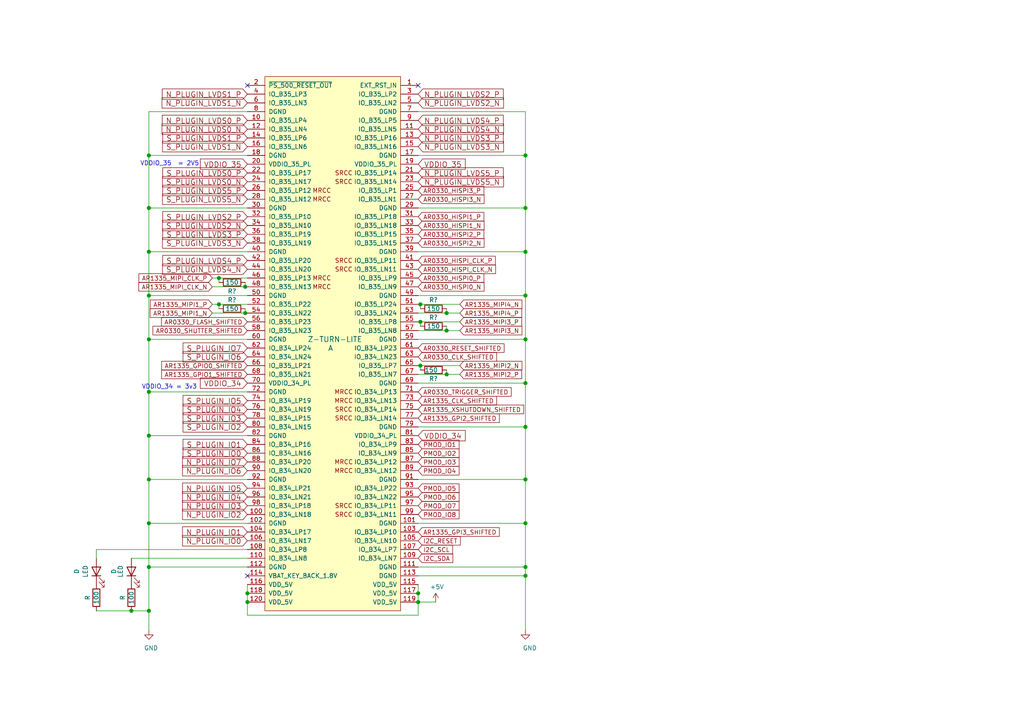
<source format=kicad_sch>
(kicad_sch (version 20201015) (generator eeschema)
  (paper "A4")
  (lib_symbols
    (symbol "Device:LED" (pin_numbers hide) (pin_names (offset 1.016) hide)
      (property "Reference" "D" (at 0 2.54 0))
      (property "Value" "LED" (at 0 -2.54 0))
      (symbol "LED_0_1"
        (polyline (pts (xy -1.27 -1.27) (xy -1.27 1.27)) (stroke (width 0.254)))
        (polyline (pts (xy -1.27 0) (xy 1.27 0)))
        (polyline (pts (xy 1.27 -1.27) (xy 1.27 1.27) (xy -1.27 0) (xy 1.27 -1.27)) (stroke (width 0.254)))
        (polyline (pts (xy -3.048 -0.762) (xy -4.572 -2.286) (xy -3.81 -2.286) (xy -4.572 -2.286) (xy -4.572 -1.524)))
        (polyline (pts (xy -1.778 -0.762) (xy -3.302 -2.286) (xy -2.54 -2.286) (xy -3.302 -2.286) (xy -3.302 -1.524)))
      )
      (symbol "LED_1_1"
        (pin passive line (at -3.81 0 0) (length 2.54) (name "K") (number "1"))
        (pin passive line (at 3.81 0 180) (length 2.54) (name "A") (number "2"))
      )
    )
    (symbol "Device:R" (pin_numbers hide) (pin_names (offset 0))
      (property "Reference" "R" (at 2.032 0 90))
      (property "Value" "R" (at 0 0 90))
      (symbol "R_0_1"
        (rectangle (start -1.016 -2.54) (end 1.016 2.54) (stroke (width 0.254)))
      )
      (symbol "R_1_1"
        (pin passive line (at 0 3.81 270) (length 1.27) (name "~") (number "1"))
        (pin passive line (at 0 -3.81 90) (length 1.27) (name "~") (number "2"))
      )
    )
    (symbol "power:+5V" (power) (pin_names (offset 0))
      (property "Value" "+5V" (at 0 3.556 0))
      (symbol "+5V_0_1"
        (polyline (pts (xy -0.762 1.27) (xy 0 2.54)))
        (polyline (pts (xy 0 0) (xy 0 2.54)))
        (polyline (pts (xy 0 2.54) (xy 0.762 1.27)))
      )
      (symbol "+5V_1_1"
        (pin power_in line (at 0 0 90) (length 0) hide (name "+5V") (number "1"))
      )
    )
    (symbol "power:GND" (power) (pin_names (offset 0))
      (property "Value" "GND" (at 0 -3.81 0))
      (symbol "GND_0_1"
        (polyline (pts (xy 0 0) (xy 0 -1.27) (xy 1.27 -1.27) (xy 0 -2.54) (xy -1.27 -1.27) (xy 0 -1.27)))
      )
      (symbol "GND_1_1"
        (pin power_in line (at 0 0 270) (length 0) hide (name "GND") (number "1"))
      )
    )
    (symbol "z-turn-lite:Z-TURN-LITE" (pin_names (offset 1.016))
      (property "Reference" "A" (at 1.27 -2.54 0))
      (property "Value" "Z-TURN-LITE" (at 2.54 0 0))
      (symbol "Z-TURN-LITE_0_0"
        (text "SRCC" (at 5.08 -50.8 0) (effects (font (size 1.27 1.27))))
        (text "SRCC" (at 5.08 -48.26 0) (effects (font (size 1.27 1.27))))
        (text "SRCC" (at 5.08 -22.86 0) (effects (font (size 1.27 1.27))))
        (text "SRCC" (at 5.08 -20.32 0) (effects (font (size 1.27 1.27))))
        (text "MRCC" (at 5.08 -35.56 0) (effects (font (size 1.27 1.27))))
        (text "MRCC" (at 5.08 -38.1 0) (effects (font (size 1.27 1.27))))
        (text "MRCC" (at 5.08 -15.24 0) (effects (font (size 1.27 1.27))))
        (text "MRCC" (at 5.08 -17.78 0) (effects (font (size 1.27 1.27))))
        (text "SRCC" (at 5.08 45.72 0) (effects (font (size 1.27 1.27))))
        (text "SRCC" (at 5.08 48.26 0) (effects (font (size 1.27 1.27))))
        (text "SRCC" (at 5.08 20.32 0) (effects (font (size 1.27 1.27))))
        (text "SRCC" (at 5.08 22.86 0) (effects (font (size 1.27 1.27))))
        (text "MRCC" (at -1.27 43.18 0) (effects (font (size 1.27 1.27))))
        (text "MRCC" (at -1.27 40.64 0) (effects (font (size 1.27 1.27))))
        (text "MRCC" (at -1.27 17.78 0) (effects (font (size 1.27 1.27))))
        (text "MRCC" (at -1.27 15.24 0) (effects (font (size 1.27 1.27))))
      )
      (symbol "Z-TURN-LITE_0_1"
        (rectangle (start -17.78 76.2) (end 21.59 -78.74) (fill (type background)))
      )
      (symbol "Z-TURN-LITE_1_1"
        (pin input line (at 26.67 73.66 180) (length 5.08) (name "EXT_RST_IN") (number "1"))
        (pin bidirectional line (at -22.86 63.5 0) (length 5.08) (name "IO_B35_LP4") (number "10"))
        (pin bidirectional line (at -22.86 -50.8 0) (length 5.08) (name "IO_B34_LN18") (number "100"))
        (pin power_out line (at 26.67 -53.34 180) (length 5.08) (name "DGND") (number "101"))
        (pin power_out line (at -22.86 -53.34 0) (length 5.08) (name "DGND") (number "102"))
        (pin bidirectional line (at 26.67 -55.88 180) (length 5.08) (name "IO_B34_LP10") (number "103"))
        (pin bidirectional line (at -22.86 -55.88 0) (length 5.08) (name "IO_B34_LP17") (number "104"))
        (pin bidirectional line (at 26.67 -58.42 180) (length 5.08) (name "IO_B34_LN10") (number "105"))
        (pin bidirectional line (at -22.86 -58.42 0) (length 5.08) (name "IO_B34_LN17") (number "106"))
        (pin bidirectional line (at 26.67 -60.96 180) (length 5.08) (name "IO_B34_LP7") (number "107"))
        (pin bidirectional line (at -22.86 -60.96 0) (length 5.08) (name "IO_B34_LP8") (number "108"))
        (pin bidirectional line (at 26.67 -63.5 180) (length 5.08) (name "IO_B34_LN7") (number "109"))
        (pin bidirectional line (at 26.67 60.96 180) (length 5.08) (name "IO_B35_LN5") (number "11"))
        (pin bidirectional line (at -22.86 -63.5 0) (length 5.08) (name "IO_B34_LN8") (number "110"))
        (pin power_out line (at 26.67 -66.04 180) (length 5.08) (name "DGND") (number "111"))
        (pin power_out line (at -22.86 -66.04 0) (length 5.08) (name "DGND") (number "112"))
        (pin power_out line (at 26.67 -68.58 180) (length 5.08) (name "DGND") (number "113"))
        (pin bidirectional line (at -22.86 -68.58 0) (length 5.08) (name "VBAT_KEY_BACK_1.8V") (number "114"))
        (pin power_out line (at 26.67 -71.12 180) (length 5.08) (name "VDD_5V") (number "115"))
        (pin power_out line (at -22.86 -71.12 0) (length 5.08) (name "VDD_5V") (number "116"))
        (pin power_out line (at 26.67 -73.66 180) (length 5.08) (name "VDD_5V") (number "117"))
        (pin power_out line (at -22.86 -73.66 0) (length 5.08) (name "VDD_5V") (number "118"))
        (pin power_out line (at 26.67 -76.2 180) (length 5.08) (name "VDD_5V") (number "119"))
        (pin bidirectional line (at -22.86 60.96 0) (length 5.08) (name "IO_B35_LN4") (number "12"))
        (pin power_out line (at -22.86 -76.2 0) (length 5.08) (name "VDD_5V") (number "120"))
        (pin bidirectional line (at 26.67 58.42 180) (length 5.08) (name "IO_B35_LP16") (number "13"))
        (pin bidirectional line (at -22.86 58.42 0) (length 5.08) (name "IO_B35_LP6") (number "14"))
        (pin bidirectional line (at 26.67 55.88 180) (length 5.08) (name "IO_B35_LN16") (number "15"))
        (pin bidirectional line (at -22.86 55.88 0) (length 5.08) (name "IO_B35_LN6") (number "16"))
        (pin power_out line (at 26.67 53.34 180) (length 5.08) (name "DGND") (number "17"))
        (pin power_out line (at -22.86 53.34 0) (length 5.08) (name "DGND") (number "18"))
        (pin power_out line (at 26.67 50.8 180) (length 5.08) (name "VDDIO_35_PL") (number "19"))
        (pin bidirectional line (at -22.86 73.66 0) (length 5.08) (name "~PS_500_RESET_OUT") (number "2"))
        (pin power_out line (at -22.86 50.8 0) (length 5.08) (name "VDDIO_35_PL") (number "20"))
        (pin bidirectional line (at 26.67 48.26 180) (length 5.08) (name "IO_B35_LP14") (number "21"))
        (pin bidirectional line (at -22.86 48.26 0) (length 5.08) (name "IO_B35_LP17") (number "22"))
        (pin bidirectional line (at 26.67 45.72 180) (length 5.08) (name "IO_B35_LN14") (number "23"))
        (pin bidirectional line (at -22.86 45.72 0) (length 5.08) (name "IO_B35_LN17") (number "24"))
        (pin bidirectional line (at 26.67 43.18 180) (length 5.08) (name "IO_B35_LP1") (number "25"))
        (pin bidirectional line (at -22.86 43.18 0) (length 5.08) (name "IO_B35_LP12") (number "26"))
        (pin bidirectional line (at 26.67 40.64 180) (length 5.08) (name "IO_B35_LN1") (number "27"))
        (pin bidirectional line (at -22.86 40.64 0) (length 5.08) (name "IO_B35_LN12") (number "28"))
        (pin power_out line (at 26.67 38.1 180) (length 5.08) (name "DGND") (number "29"))
        (pin bidirectional line (at 26.67 71.12 180) (length 5.08) (name "IO_B35_LP2") (number "3"))
        (pin power_out line (at -22.86 38.1 0) (length 5.08) (name "DGND") (number "30"))
        (pin bidirectional line (at 26.67 35.56 180) (length 5.08) (name "IO_B35_LP18") (number "31"))
        (pin bidirectional line (at -22.86 35.56 0) (length 5.08) (name "IO_B35_LP10") (number "32"))
        (pin bidirectional line (at 26.67 33.02 180) (length 5.08) (name "IO_B35_LN18") (number "33"))
        (pin bidirectional line (at -22.86 33.02 0) (length 5.08) (name "IO_B35_LN10") (number "34"))
        (pin bidirectional line (at 26.67 30.48 180) (length 5.08) (name "IO_B35_LP15") (number "35"))
        (pin bidirectional line (at -22.86 30.48 0) (length 5.08) (name "IO_B35_LP19") (number "36"))
        (pin bidirectional line (at 26.67 27.94 180) (length 5.08) (name "IO_B35_LN15") (number "37"))
        (pin bidirectional line (at -22.86 27.94 0) (length 5.08) (name "IO_B35_LN19") (number "38"))
        (pin power_out line (at 26.67 25.4 180) (length 5.08) (name "DGND") (number "39"))
        (pin bidirectional line (at -22.86 71.12 0) (length 5.08) (name "IO_B35_LP3") (number "4"))
        (pin power_out line (at -22.86 25.4 0) (length 5.08) (name "DGND") (number "40"))
        (pin bidirectional line (at 26.67 22.86 180) (length 5.08) (name "IO_B35_LP11") (number "41"))
        (pin bidirectional line (at -22.86 22.86 0) (length 5.08) (name "IO_B35_LP20") (number "42"))
        (pin bidirectional line (at 26.67 20.32 180) (length 5.08) (name "IO_B35_LN11") (number "43"))
        (pin bidirectional line (at -22.86 20.32 0) (length 5.08) (name "IO_B35_LN20") (number "44"))
        (pin bidirectional line (at 26.67 17.78 180) (length 5.08) (name "IO_B35_LP9") (number "45"))
        (pin bidirectional line (at -22.86 17.78 0) (length 5.08) (name "IO_B35_LP13") (number "46"))
        (pin bidirectional line (at 26.67 15.24 180) (length 5.08) (name "IO_B35_LN9") (number "47"))
        (pin bidirectional line (at -22.86 15.24 0) (length 5.08) (name "IO_B35_LN13") (number "48"))
        (pin power_out line (at 26.67 12.7 180) (length 5.08) (name "DGND") (number "49"))
        (pin bidirectional line (at 26.67 68.58 180) (length 5.08) (name "IO_B35_LN2") (number "5"))
        (pin power_out line (at -22.86 12.7 0) (length 5.08) (name "DGND") (number "50"))
        (pin bidirectional line (at 26.67 10.16 180) (length 5.08) (name "IO_B35_LP24") (number "51"))
        (pin bidirectional line (at -22.86 10.16 0) (length 5.08) (name "IO_B35_LP22") (number "52"))
        (pin bidirectional line (at 26.67 7.62 180) (length 5.08) (name "IO_B35_LN24") (number "53"))
        (pin bidirectional line (at -22.86 7.62 0) (length 5.08) (name "IO_B35_LN22") (number "54"))
        (pin bidirectional line (at 26.67 5.08 180) (length 5.08) (name "IO_B35_LP8") (number "55"))
        (pin bidirectional line (at -22.86 5.08 0) (length 5.08) (name "IO_B35_LP23") (number "56"))
        (pin bidirectional line (at 26.67 2.54 180) (length 5.08) (name "IO_B35_LN8") (number "57"))
        (pin bidirectional line (at -22.86 2.54 0) (length 5.08) (name "IO_B35_LN23") (number "58"))
        (pin power_out line (at 26.67 0 180) (length 5.08) (name "DGND") (number "59"))
        (pin bidirectional line (at -22.86 68.58 0) (length 5.08) (name "IO_B35_LN3") (number "6"))
        (pin power_out line (at -22.86 0 0) (length 5.08) (name "DGND") (number "60"))
        (pin bidirectional line (at 26.67 -2.54 180) (length 5.08) (name "IO_B34_LP23") (number "61"))
        (pin bidirectional line (at -22.86 -2.54 0) (length 5.08) (name "IO_B34_LP24") (number "62"))
        (pin bidirectional line (at 26.67 -5.08 180) (length 5.08) (name "IO_B34_LN23") (number "63"))
        (pin bidirectional line (at -22.86 -5.08 0) (length 5.08) (name "IO_B34_LN24") (number "64"))
        (pin bidirectional line (at 26.67 -7.62 180) (length 5.08) (name "IO_B35_LP7") (number "65"))
        (pin bidirectional line (at -22.86 -7.62 0) (length 5.08) (name "IO_B35_LP21") (number "66"))
        (pin bidirectional line (at 26.67 -10.16 180) (length 5.08) (name "IO_B35_LN7") (number "67"))
        (pin bidirectional line (at -22.86 -10.16 0) (length 5.08) (name "IO_B35_LN21") (number "68"))
        (pin power_out line (at 26.67 -12.7 180) (length 5.08) (name "DGND") (number "69"))
        (pin power_out line (at 26.67 66.04 180) (length 5.08) (name "DGND") (number "7"))
        (pin power_out line (at -22.86 -12.7 0) (length 5.08) (name "VDDIO_34_PL") (number "70"))
        (pin bidirectional line (at 26.67 -15.24 180) (length 5.08) (name "IO_B34_LP13") (number "71"))
        (pin power_out line (at -22.86 -15.24 0) (length 5.08) (name "DGND") (number "72"))
        (pin bidirectional line (at 26.67 -17.78 180) (length 5.08) (name "IO_B34_LN13") (number "73"))
        (pin bidirectional line (at -22.86 -17.78 0) (length 5.08) (name "IO_B34_LP19") (number "74"))
        (pin bidirectional line (at 26.67 -20.32 180) (length 5.08) (name "IO_B34_LP14") (number "75"))
        (pin bidirectional line (at -22.86 -20.32 0) (length 5.08) (name "IO_B34_LN19") (number "76"))
        (pin bidirectional line (at 26.67 -22.86 180) (length 5.08) (name "IO_B34_LN14") (number "77"))
        (pin bidirectional line (at -22.86 -22.86 0) (length 5.08) (name "IO_B34_LP15") (number "78"))
        (pin power_out line (at 26.67 -25.4 180) (length 5.08) (name "DGND") (number "79"))
        (pin power_out line (at -22.86 66.04 0) (length 5.08) (name "DGND") (number "8"))
        (pin bidirectional line (at -22.86 -25.4 0) (length 5.08) (name "IO_B34_LN15") (number "80"))
        (pin power_out line (at 26.67 -27.94 180) (length 5.08) (name "VDDIO_34_PL") (number "81"))
        (pin power_out line (at -22.86 -27.94 0) (length 5.08) (name "DGND") (number "82"))
        (pin bidirectional line (at 26.67 -30.48 180) (length 5.08) (name "IO_B34_LP9") (number "83"))
        (pin bidirectional line (at -22.86 -30.48 0) (length 5.08) (name "IO_B34_LP16") (number "84"))
        (pin bidirectional line (at 26.67 -33.02 180) (length 5.08) (name "IO_B34_LN9") (number "85"))
        (pin bidirectional line (at -22.86 -33.02 0) (length 5.08) (name "IO_B34_LN16") (number "86"))
        (pin bidirectional line (at 26.67 -35.56 180) (length 5.08) (name "IO_B34_LP12") (number "87"))
        (pin bidirectional line (at -22.86 -35.56 0) (length 5.08) (name "IO_B34_LP20") (number "88"))
        (pin bidirectional line (at 26.67 -38.1 180) (length 5.08) (name "IO_B34_LN12") (number "89"))
        (pin bidirectional line (at 26.67 63.5 180) (length 5.08) (name "IO_B35_LP5") (number "9"))
        (pin bidirectional line (at -22.86 -38.1 0) (length 5.08) (name "IO_B34_LN20") (number "90"))
        (pin power_out line (at 26.67 -40.64 180) (length 5.08) (name "DGND") (number "91"))
        (pin power_out line (at -22.86 -40.64 0) (length 5.08) (name "DGND") (number "92"))
        (pin bidirectional line (at 26.67 -43.18 180) (length 5.08) (name "IO_B34_LP22") (number "93"))
        (pin bidirectional line (at -22.86 -43.18 0) (length 5.08) (name "IO_B34_LP21") (number "94"))
        (pin bidirectional line (at 26.67 -45.72 180) (length 5.08) (name "IO_B34_LN22") (number "95"))
        (pin bidirectional line (at -22.86 -45.72 0) (length 5.08) (name "IO_B34_LN21") (number "96"))
        (pin bidirectional line (at 26.67 -48.26 180) (length 5.08) (name "IO_B34_LP11") (number "97"))
        (pin bidirectional line (at -22.86 -48.26 0) (length 5.08) (name "IO_B34_LP18") (number "98"))
        (pin bidirectional line (at 26.67 -50.8 180) (length 5.08) (name "IO_B34_LN11") (number "99"))
      )
    )
  )
  (junction (at 38.1 177.165) (diameter 1.016))
  (junction (at 43.18 45.085) (diameter 1.016))
  (junction (at 43.18 60.325) (diameter 1.016))
  (junction (at 43.18 73.025) (diameter 1.016))
  (junction (at 43.18 85.725) (diameter 1.016))
  (junction (at 43.18 98.425) (diameter 1.016))
  (junction (at 43.18 113.665) (diameter 1.016))
  (junction (at 43.18 126.365) (diameter 1.016))
  (junction (at 43.18 139.065) (diameter 1.016))
  (junction (at 43.18 151.765) (diameter 1.016))
  (junction (at 43.18 164.465) (diameter 1.016))
  (junction (at 43.18 177.165) (diameter 1.016))
  (junction (at 63.5 80.645) (diameter 1.016))
  (junction (at 63.5 88.265) (diameter 1.016))
  (junction (at 71.12 83.185) (diameter 1.016))
  (junction (at 71.12 90.805) (diameter 1.016))
  (junction (at 71.755 172.085) (diameter 1.016))
  (junction (at 71.755 174.625) (diameter 1.016))
  (junction (at 121.285 172.085) (diameter 1.016))
  (junction (at 121.285 174.625) (diameter 1.016))
  (junction (at 121.92 88.265) (diameter 1.016))
  (junction (at 121.92 93.345) (diameter 1.016))
  (junction (at 121.92 106.045) (diameter 1.016))
  (junction (at 129.54 90.805) (diameter 1.016))
  (junction (at 129.54 95.885) (diameter 1.016))
  (junction (at 129.54 108.585) (diameter 1.016))
  (junction (at 152.4 45.085) (diameter 1.016))
  (junction (at 152.4 60.325) (diameter 1.016))
  (junction (at 152.4 73.025) (diameter 1.016))
  (junction (at 152.4 85.725) (diameter 1.016))
  (junction (at 152.4 98.425) (diameter 1.016))
  (junction (at 152.4 111.125) (diameter 1.016))
  (junction (at 152.4 123.825) (diameter 1.016))
  (junction (at 152.4 139.065) (diameter 1.016))
  (junction (at 152.4 151.765) (diameter 1.016))
  (junction (at 152.4 164.465) (diameter 1.016))
  (junction (at 152.4 167.005) (diameter 1.016))
  (no_connect (at 71.755 24.765))
  (no_connect (at 71.755 167.005))
  (no_connect (at 121.285 24.765))
  (wire (pts (xy 27.94 159.385) (xy 27.94 161.925)))
  (wire (pts (xy 27.94 177.165) (xy 38.1 177.165)))
  (wire (pts (xy 38.1 161.925) (xy 71.755 161.925)))
  (wire (pts (xy 38.1 177.165) (xy 43.18 177.165)))
  (wire (pts (xy 43.18 32.385) (xy 43.18 45.085)))
  (wire (pts (xy 43.18 32.385) (xy 71.755 32.385)))
  (wire (pts (xy 43.18 45.085) (xy 43.18 60.325)))
  (wire (pts (xy 43.18 45.085) (xy 71.755 45.085)))
  (wire (pts (xy 43.18 60.325) (xy 43.18 73.025)))
  (wire (pts (xy 43.18 60.325) (xy 71.755 60.325)))
  (wire (pts (xy 43.18 73.025) (xy 43.18 85.725)))
  (wire (pts (xy 43.18 73.025) (xy 71.755 73.025)))
  (wire (pts (xy 43.18 85.725) (xy 43.18 98.425)))
  (wire (pts (xy 43.18 85.725) (xy 71.755 85.725)))
  (wire (pts (xy 43.18 98.425) (xy 43.18 113.665)))
  (wire (pts (xy 43.18 98.425) (xy 71.755 98.425)))
  (wire (pts (xy 43.18 113.665) (xy 43.18 126.365)))
  (wire (pts (xy 43.18 113.665) (xy 71.755 113.665)))
  (wire (pts (xy 43.18 126.365) (xy 43.18 139.065)))
  (wire (pts (xy 43.18 126.365) (xy 71.755 126.365)))
  (wire (pts (xy 43.18 139.065) (xy 43.18 151.765)))
  (wire (pts (xy 43.18 139.065) (xy 71.755 139.065)))
  (wire (pts (xy 43.18 151.765) (xy 43.18 164.465)))
  (wire (pts (xy 43.18 151.765) (xy 71.755 151.765)))
  (wire (pts (xy 43.18 164.465) (xy 43.18 177.165)))
  (wire (pts (xy 43.18 164.465) (xy 71.755 164.465)))
  (wire (pts (xy 43.18 177.165) (xy 43.18 182.88)))
  (wire (pts (xy 61.595 80.645) (xy 63.5 80.645)))
  (wire (pts (xy 61.595 83.185) (xy 71.12 83.185)))
  (wire (pts (xy 61.595 88.265) (xy 63.5 88.265)))
  (wire (pts (xy 61.595 90.805) (xy 71.12 90.805)))
  (wire (pts (xy 63.5 80.645) (xy 63.5 81.915)))
  (wire (pts (xy 63.5 80.645) (xy 71.755 80.645)))
  (wire (pts (xy 63.5 88.265) (xy 63.5 89.535)))
  (wire (pts (xy 63.5 88.265) (xy 71.755 88.265)))
  (wire (pts (xy 71.12 81.915) (xy 71.12 83.185)))
  (wire (pts (xy 71.12 83.185) (xy 71.755 83.185)))
  (wire (pts (xy 71.12 89.535) (xy 71.12 90.805)))
  (wire (pts (xy 71.12 90.805) (xy 71.755 90.805)))
  (wire (pts (xy 71.755 159.385) (xy 27.94 159.385)))
  (wire (pts (xy 71.755 169.545) (xy 71.755 172.085)))
  (wire (pts (xy 71.755 172.085) (xy 71.755 174.625)))
  (wire (pts (xy 71.755 174.625) (xy 71.755 178.435)))
  (wire (pts (xy 71.755 178.435) (xy 121.285 178.435)))
  (wire (pts (xy 121.285 32.385) (xy 152.4 32.385)))
  (wire (pts (xy 121.285 45.085) (xy 152.4 45.085)))
  (wire (pts (xy 121.285 60.325) (xy 152.4 60.325)))
  (wire (pts (xy 121.285 73.025) (xy 152.4 73.025)))
  (wire (pts (xy 121.285 85.725) (xy 152.4 85.725)))
  (wire (pts (xy 121.285 88.265) (xy 121.92 88.265)))
  (wire (pts (xy 121.285 90.805) (xy 129.54 90.805)))
  (wire (pts (xy 121.285 93.345) (xy 121.92 93.345)))
  (wire (pts (xy 121.285 95.885) (xy 129.54 95.885)))
  (wire (pts (xy 121.285 98.425) (xy 152.4 98.425)))
  (wire (pts (xy 121.285 106.045) (xy 121.92 106.045)))
  (wire (pts (xy 121.285 108.585) (xy 129.54 108.585)))
  (wire (pts (xy 121.285 111.125) (xy 152.4 111.125)))
  (wire (pts (xy 121.285 123.825) (xy 152.4 123.825)))
  (wire (pts (xy 121.285 139.065) (xy 152.4 139.065)))
  (wire (pts (xy 121.285 151.765) (xy 152.4 151.765)))
  (wire (pts (xy 121.285 164.465) (xy 152.4 164.465)))
  (wire (pts (xy 121.285 167.005) (xy 152.4 167.005)))
  (wire (pts (xy 121.285 169.545) (xy 121.285 172.085)))
  (wire (pts (xy 121.285 172.085) (xy 121.285 174.625)))
  (wire (pts (xy 121.285 174.625) (xy 126.365 174.625)))
  (wire (pts (xy 121.285 178.435) (xy 121.285 174.625)))
  (wire (pts (xy 121.92 88.265) (xy 121.92 89.535)))
  (wire (pts (xy 121.92 88.265) (xy 133.35 88.265)))
  (wire (pts (xy 121.92 93.345) (xy 121.92 94.615)))
  (wire (pts (xy 121.92 93.345) (xy 133.35 93.345)))
  (wire (pts (xy 121.92 106.045) (xy 121.92 107.315)))
  (wire (pts (xy 121.92 106.045) (xy 133.35 106.045)))
  (wire (pts (xy 129.54 89.535) (xy 129.54 90.805)))
  (wire (pts (xy 129.54 90.805) (xy 133.35 90.805)))
  (wire (pts (xy 129.54 94.615) (xy 129.54 95.885)))
  (wire (pts (xy 129.54 95.885) (xy 133.35 95.885)))
  (wire (pts (xy 129.54 107.315) (xy 129.54 108.585)))
  (wire (pts (xy 129.54 108.585) (xy 133.35 108.585)))
  (wire (pts (xy 152.4 32.385) (xy 152.4 45.085)))
  (wire (pts (xy 152.4 45.085) (xy 152.4 60.325)))
  (wire (pts (xy 152.4 60.325) (xy 152.4 73.025)))
  (wire (pts (xy 152.4 73.025) (xy 152.4 85.725)))
  (wire (pts (xy 152.4 85.725) (xy 152.4 98.425)))
  (wire (pts (xy 152.4 98.425) (xy 152.4 111.125)))
  (wire (pts (xy 152.4 111.125) (xy 152.4 123.825)))
  (wire (pts (xy 152.4 123.825) (xy 152.4 139.065)))
  (wire (pts (xy 152.4 139.065) (xy 152.4 151.765)))
  (wire (pts (xy 152.4 151.765) (xy 152.4 164.465)))
  (wire (pts (xy 152.4 164.465) (xy 152.4 167.005)))
  (wire (pts (xy 152.4 167.005) (xy 152.4 182.88)))
  (text "VDDIO_34 = 3v3" (at 57.15 113.03 180) (effects (font (size 1.27 1.27)) (justify right bottom)))
  (text "VDDIO_35  = 2V5" (at 57.785 48.26 180) (effects (font (size 1.27 1.27)) (justify right bottom)))
  (global_label "AR1335_MIPI_CLK_P" (shape input) (at 61.595 80.645 180) (property "Intersheet References" "${INTERSHEET_REFS}" (effects hide)))
  (global_label "AR1335_MIPI_CLK_N" (shape input) (at 61.595 83.185 180) (property "Intersheet References" "${INTERSHEET_REFS}" (effects hide)))
  (global_label "AR1335_MIPI1_P" (shape input) (at 61.595 88.265 180) (property "Intersheet References" "${INTERSHEET_REFS}" (effects hide)))
  (global_label "AR1335_MIPI1_N" (shape input) (at 61.595 90.805 180) (property "Intersheet References" "${INTERSHEET_REFS}" (effects hide)))
  (global_label "N_PLUGIN_LVDS1_P" (shape input) (at 71.755 27.305 180) (property "Intersheet References" "${INTERSHEET_REFS}" (effects hide)) (effects (font (size 1.524 1.524))))
  (global_label "N_PLUGIN_LVDS1_N" (shape input) (at 71.755 29.845 180) (property "Intersheet References" "${INTERSHEET_REFS}" (effects hide)) (effects (font (size 1.524 1.524))))
  (global_label "N_PLUGIN_LVDS0_P" (shape input) (at 71.755 34.925 180) (property "Intersheet References" "${INTERSHEET_REFS}" (effects hide)) (effects (font (size 1.524 1.524))))
  (global_label "N_PLUGIN_LVDS0_N" (shape input) (at 71.755 37.465 180) (property "Intersheet References" "${INTERSHEET_REFS}" (effects hide)) (effects (font (size 1.524 1.524))))
  (global_label "S_PLUGIN_LVDS1_P" (shape input) (at 71.755 40.005 180) (property "Intersheet References" "${INTERSHEET_REFS}" (effects hide)) (effects (font (size 1.524 1.524))))
  (global_label "S_PLUGIN_LVDS1_N" (shape input) (at 71.755 42.545 180) (property "Intersheet References" "${INTERSHEET_REFS}" (effects hide)) (effects (font (size 1.524 1.524))))
  (global_label "VDDIO_35" (shape input) (at 71.755 47.625 180) (property "Intersheet References" "${INTERSHEET_REFS}" (effects hide)) (effects (font (size 1.524 1.524))))
  (global_label "S_PLUGIN_LVDS0_P" (shape input) (at 71.755 50.165 180) (property "Intersheet References" "${INTERSHEET_REFS}" (effects hide)) (effects (font (size 1.524 1.524))))
  (global_label "S_PLUGIN_LVDS0_N" (shape input) (at 71.755 52.705 180) (property "Intersheet References" "${INTERSHEET_REFS}" (effects hide)) (effects (font (size 1.524 1.524))))
  (global_label "S_PLUGIN_LVDS5_P" (shape input) (at 71.755 55.245 180) (property "Intersheet References" "${INTERSHEET_REFS}" (effects hide)) (effects (font (size 1.524 1.524))))
  (global_label "S_PLUGIN_LVDS5_N" (shape input) (at 71.755 57.785 180) (property "Intersheet References" "${INTERSHEET_REFS}" (effects hide)) (effects (font (size 1.524 1.524))))
  (global_label "S_PLUGIN_LVDS2_P" (shape input) (at 71.755 62.865 180) (property "Intersheet References" "${INTERSHEET_REFS}" (effects hide)) (effects (font (size 1.524 1.524))))
  (global_label "S_PLUGIN_LVDS2_N" (shape input) (at 71.755 65.405 180) (property "Intersheet References" "${INTERSHEET_REFS}" (effects hide)) (effects (font (size 1.524 1.524))))
  (global_label "S_PLUGIN_LVDS3_P" (shape input) (at 71.755 67.945 180) (property "Intersheet References" "${INTERSHEET_REFS}" (effects hide)) (effects (font (size 1.524 1.524))))
  (global_label "S_PLUGIN_LVDS3_N" (shape input) (at 71.755 70.485 180) (property "Intersheet References" "${INTERSHEET_REFS}" (effects hide)) (effects (font (size 1.524 1.524))))
  (global_label "S_PLUGIN_LVDS4_P" (shape input) (at 71.755 75.565 180) (property "Intersheet References" "${INTERSHEET_REFS}" (effects hide)) (effects (font (size 1.524 1.524))))
  (global_label "S_PLUGIN_LVDS4_N" (shape input) (at 71.755 78.105 180) (property "Intersheet References" "${INTERSHEET_REFS}" (effects hide)) (effects (font (size 1.524 1.524))))
  (global_label "AR0330_FLASH_SHIFTED" (shape input) (at 71.755 93.345 180) (property "Intersheet References" "${INTERSHEET_REFS}" (effects hide)))
  (global_label "AR0330_SHUTTER_SHIFTED" (shape input) (at 71.755 95.885 180) (property "Intersheet References" "${INTERSHEET_REFS}" (effects hide)))
  (global_label "S_PLUGIN_IO7" (shape input) (at 71.755 100.965 180) (property "Intersheet References" "${INTERSHEET_REFS}" (effects hide)) (effects (font (size 1.524 1.524))))
  (global_label "S_PLUGIN_IO6" (shape input) (at 71.755 103.505 180) (property "Intersheet References" "${INTERSHEET_REFS}" (effects hide)) (effects (font (size 1.524 1.524))))
  (global_label "AR1335_GPIO0_SHIFTED" (shape input) (at 71.755 106.045 180) (property "Intersheet References" "${INTERSHEET_REFS}" (effects hide)))
  (global_label "AR1335_GPIO1_SHIFTED" (shape input) (at 71.755 108.585 180) (property "Intersheet References" "${INTERSHEET_REFS}" (effects hide)))
  (global_label "VDDIO_34" (shape input) (at 71.755 111.125 180) (property "Intersheet References" "${INTERSHEET_REFS}" (effects hide)) (effects (font (size 1.524 1.524))))
  (global_label "S_PLUGIN_IO5" (shape input) (at 71.755 116.205 180) (property "Intersheet References" "${INTERSHEET_REFS}" (effects hide)) (effects (font (size 1.524 1.524))))
  (global_label "S_PLUGIN_IO4" (shape input) (at 71.755 118.745 180) (property "Intersheet References" "${INTERSHEET_REFS}" (effects hide)) (effects (font (size 1.524 1.524))))
  (global_label "S_PLUGIN_IO3" (shape input) (at 71.755 121.285 180) (property "Intersheet References" "${INTERSHEET_REFS}" (effects hide)) (effects (font (size 1.524 1.524))))
  (global_label "S_PLUGIN_IO2" (shape input) (at 71.755 123.825 180) (property "Intersheet References" "${INTERSHEET_REFS}" (effects hide)) (effects (font (size 1.524 1.524))))
  (global_label "S_PLUGIN_IO1" (shape input) (at 71.755 128.905 180) (property "Intersheet References" "${INTERSHEET_REFS}" (effects hide)) (effects (font (size 1.524 1.524))))
  (global_label "S_PLUGIN_IO0" (shape input) (at 71.755 131.445 180) (property "Intersheet References" "${INTERSHEET_REFS}" (effects hide)) (effects (font (size 1.524 1.524))))
  (global_label "N_PLUGIN_IO7" (shape input) (at 71.755 133.985 180) (property "Intersheet References" "${INTERSHEET_REFS}" (effects hide)) (effects (font (size 1.524 1.524))))
  (global_label "N_PLUGIN_IO6" (shape input) (at 71.755 136.525 180) (property "Intersheet References" "${INTERSHEET_REFS}" (effects hide)) (effects (font (size 1.524 1.524))))
  (global_label "N_PLUGIN_IO5" (shape input) (at 71.755 141.605 180) (property "Intersheet References" "${INTERSHEET_REFS}" (effects hide)) (effects (font (size 1.524 1.524))))
  (global_label "N_PLUGIN_IO4" (shape input) (at 71.755 144.145 180) (property "Intersheet References" "${INTERSHEET_REFS}" (effects hide)) (effects (font (size 1.524 1.524))))
  (global_label "N_PLUGIN_IO3" (shape input) (at 71.755 146.685 180) (property "Intersheet References" "${INTERSHEET_REFS}" (effects hide)) (effects (font (size 1.524 1.524))))
  (global_label "N_PLUGIN_IO2" (shape input) (at 71.755 149.225 180) (property "Intersheet References" "${INTERSHEET_REFS}" (effects hide)) (effects (font (size 1.524 1.524))))
  (global_label "N_PLUGIN_IO1" (shape input) (at 71.755 154.305 180) (property "Intersheet References" "${INTERSHEET_REFS}" (effects hide)) (effects (font (size 1.524 1.524))))
  (global_label "N_PLUGIN_IO0" (shape input) (at 71.755 156.845 180) (property "Intersheet References" "${INTERSHEET_REFS}" (effects hide)) (effects (font (size 1.524 1.524))))
  (global_label "N_PLUGIN_LVDS2_P" (shape input) (at 121.285 27.305 0) (property "Intersheet References" "${INTERSHEET_REFS}" (effects hide)) (effects (font (size 1.524 1.524))))
  (global_label "N_PLUGIN_LVDS2_N" (shape input) (at 121.285 29.845 0) (property "Intersheet References" "${INTERSHEET_REFS}" (effects hide)) (effects (font (size 1.524 1.524))))
  (global_label "N_PLUGIN_LVDS4_P" (shape input) (at 121.285 34.925 0) (property "Intersheet References" "${INTERSHEET_REFS}" (effects hide)) (effects (font (size 1.524 1.524))))
  (global_label "N_PLUGIN_LVDS4_N" (shape input) (at 121.285 37.465 0) (property "Intersheet References" "${INTERSHEET_REFS}" (effects hide)) (effects (font (size 1.524 1.524))))
  (global_label "N_PLUGIN_LVDS3_P" (shape input) (at 121.285 40.005 0) (property "Intersheet References" "${INTERSHEET_REFS}" (effects hide)) (effects (font (size 1.524 1.524))))
  (global_label "N_PLUGIN_LVDS3_N" (shape input) (at 121.285 42.545 0) (property "Intersheet References" "${INTERSHEET_REFS}" (effects hide)) (effects (font (size 1.524 1.524))))
  (global_label "VDDIO_35" (shape input) (at 121.285 47.625 0) (property "Intersheet References" "${INTERSHEET_REFS}" (effects hide)) (effects (font (size 1.524 1.524))))
  (global_label "N_PLUGIN_LVDS5_P" (shape input) (at 121.285 50.165 0) (property "Intersheet References" "${INTERSHEET_REFS}" (effects hide)) (effects (font (size 1.524 1.524))))
  (global_label "N_PLUGIN_LVDS5_N" (shape input) (at 121.285 52.705 0) (property "Intersheet References" "${INTERSHEET_REFS}" (effects hide)) (effects (font (size 1.524 1.524))))
  (global_label "AR0330_HISPI3_P" (shape input) (at 121.285 55.245 0) (property "Intersheet References" "${INTERSHEET_REFS}" (effects hide)))
  (global_label "AR0330_HISPI3_N" (shape input) (at 121.285 57.785 0) (property "Intersheet References" "${INTERSHEET_REFS}" (effects hide)))
  (global_label "AR0330_HISPI1_P" (shape input) (at 121.285 62.865 0) (property "Intersheet References" "${INTERSHEET_REFS}" (effects hide)))
  (global_label "AR0330_HISPI1_N" (shape input) (at 121.285 65.405 0) (property "Intersheet References" "${INTERSHEET_REFS}" (effects hide)))
  (global_label "AR0330_HISPI2_P" (shape input) (at 121.285 67.945 0) (property "Intersheet References" "${INTERSHEET_REFS}" (effects hide)))
  (global_label "AR0330_HISPI2_N" (shape input) (at 121.285 70.485 0) (property "Intersheet References" "${INTERSHEET_REFS}" (effects hide)))
  (global_label "AR0330_HISPI_CLK_P" (shape input) (at 121.285 75.565 0) (property "Intersheet References" "${INTERSHEET_REFS}" (effects hide)))
  (global_label "AR0330_HISPI_CLK_N" (shape input) (at 121.285 78.105 0) (property "Intersheet References" "${INTERSHEET_REFS}" (effects hide)))
  (global_label "AR0330_HISPI0_P" (shape input) (at 121.285 80.645 0) (property "Intersheet References" "${INTERSHEET_REFS}" (effects hide)))
  (global_label "AR0330_HISPI0_N" (shape input) (at 121.285 83.185 0) (property "Intersheet References" "${INTERSHEET_REFS}" (effects hide)))
  (global_label "AR0330_RESET_SHIFTED" (shape input) (at 121.285 100.965 0) (property "Intersheet References" "${INTERSHEET_REFS}" (effects hide)))
  (global_label "AR0330_CLK_SHIFTED" (shape input) (at 121.285 103.505 0) (property "Intersheet References" "${INTERSHEET_REFS}" (effects hide)))
  (global_label "AR0330_TRIGGER_SHIFTED" (shape input) (at 121.285 113.665 0) (property "Intersheet References" "${INTERSHEET_REFS}" (effects hide)))
  (global_label "AR1335_CLK_SHIFTED" (shape input) (at 121.285 116.205 0) (property "Intersheet References" "${INTERSHEET_REFS}" (effects hide)))
  (global_label "AR1335_XSHUTDOWN_SHIFTED" (shape input) (at 121.285 118.745 0) (property "Intersheet References" "${INTERSHEET_REFS}" (effects hide)))
  (global_label "AR1335_GPI2_SHIFTED" (shape input) (at 121.285 121.285 0) (property "Intersheet References" "${INTERSHEET_REFS}" (effects hide)))
  (global_label "VDDIO_34" (shape input) (at 121.285 126.365 0) (property "Intersheet References" "${INTERSHEET_REFS}" (effects hide)) (effects (font (size 1.524 1.524))))
  (global_label "PMOD_IO1" (shape input) (at 121.285 128.905 0) (property "Intersheet References" "${INTERSHEET_REFS}" (effects hide)))
  (global_label "PMOD_IO2" (shape input) (at 121.285 131.445 0) (property "Intersheet References" "${INTERSHEET_REFS}" (effects hide)))
  (global_label "PMOD_IO3" (shape input) (at 121.285 133.985 0) (property "Intersheet References" "${INTERSHEET_REFS}" (effects hide)))
  (global_label "PMOD_IO4" (shape input) (at 121.285 136.525 0) (property "Intersheet References" "${INTERSHEET_REFS}" (effects hide)))
  (global_label "PMOD_IO5" (shape input) (at 121.285 141.605 0) (property "Intersheet References" "${INTERSHEET_REFS}" (effects hide)))
  (global_label "PMOD_IO6" (shape input) (at 121.285 144.145 0) (property "Intersheet References" "${INTERSHEET_REFS}" (effects hide)))
  (global_label "PMOD_IO7" (shape input) (at 121.285 146.685 0) (property "Intersheet References" "${INTERSHEET_REFS}" (effects hide)))
  (global_label "PMOD_IO8" (shape input) (at 121.285 149.225 0) (property "Intersheet References" "${INTERSHEET_REFS}" (effects hide)))
  (global_label "AR1335_GPI3_SHIFTED" (shape input) (at 121.285 154.305 0) (property "Intersheet References" "${INTERSHEET_REFS}" (effects hide)))
  (global_label "I2C_RESET" (shape input) (at 121.285 156.845 0) (property "Intersheet References" "${INTERSHEET_REFS}" (effects hide)))
  (global_label "I2C_SCL" (shape input) (at 121.285 159.385 0) (property "Intersheet References" "${INTERSHEET_REFS}" (effects hide)))
  (global_label "I2C_SDA" (shape input) (at 121.285 161.925 0) (property "Intersheet References" "${INTERSHEET_REFS}" (effects hide)))
  (global_label "AR1335_MIPI4_N" (shape input) (at 133.35 88.265 0) (property "Intersheet References" "${INTERSHEET_REFS}" (effects hide)))
  (global_label "AR1335_MIPI4_P" (shape input) (at 133.35 90.805 0) (property "Intersheet References" "${INTERSHEET_REFS}" (effects hide)))
  (global_label "AR1335_MIPI3_P" (shape input) (at 133.35 93.345 0) (property "Intersheet References" "${INTERSHEET_REFS}" (effects hide)))
  (global_label "AR1335_MIPI3_N" (shape input) (at 133.35 95.885 0) (property "Intersheet References" "${INTERSHEET_REFS}" (effects hide)))
  (global_label "AR1335_MIPI2_N" (shape input) (at 133.35 106.045 0) (property "Intersheet References" "${INTERSHEET_REFS}" (effects hide)))
  (global_label "AR1335_MIPI2_P" (shape input) (at 133.35 108.585 0) (property "Intersheet References" "${INTERSHEET_REFS}" (effects hide)))
  (symbol (lib_id "power:+5V") (at 126.365 174.625 0) (unit 1)
    (property "Reference" "#PWR" (effects hide))
    (property "Value" "+5V" (at 126.746 170.2308 0))
  )
  (symbol (lib_id "power:GND") (at 43.18 182.88 0) (unit 1)
    (property "Reference" "#PWR" (effects hide))
    (property "Value" "GND" (at 43.815 187.96 0))
  )
  (symbol (lib_id "power:GND") (at 152.4 182.88 0) (unit 1)
    (property "Reference" "#PWR" (effects hide))
    (property "Value" "GND" (at 153.67 187.96 0))
  )
  (symbol (lib_id "Device:R") (at 27.94 173.355 180) (unit 1)
    (property "Reference" "R" (at 25.4 173.355 90))
    (property "Value" "100" (at 27.94 173.355 90))
  )
  (symbol (lib_id "Device:R") (at 38.1 173.355 180) (unit 1)
    (property "Reference" "R" (at 35.56 173.355 90))
    (property "Value" "100" (at 38.1 173.355 90))
  )
  (symbol (lib_id "Device:R") (at 67.31 81.915 90) (unit 1)
    (property "Reference" "R?" (at 67.31 84.455 90))
    (property "Value" "150" (at 67.31 81.915 90))
  )
  (symbol (lib_id "Device:R") (at 67.31 89.535 90) (unit 1)
    (property "Reference" "R?" (at 67.31 86.995 90))
    (property "Value" "150" (at 67.31 89.535 90))
  )
  (symbol (lib_id "Device:R") (at 125.73 89.535 90) (unit 1)
    (property "Reference" "R?" (at 125.73 86.995 90))
    (property "Value" "150" (at 125.73 89.535 90))
  )
  (symbol (lib_id "Device:R") (at 125.73 94.615 90) (unit 1)
    (property "Reference" "R?" (at 125.73 92.075 90))
    (property "Value" "150" (at 125.73 94.615 90))
  )
  (symbol (lib_id "Device:R") (at 125.73 107.315 90) (unit 1)
    (property "Reference" "R?" (at 125.73 109.855 90))
    (property "Value" "150" (at 125.095 107.315 90))
  )
  (symbol (lib_id "Device:LED") (at 27.94 165.735 90) (unit 1)
    (property "Reference" "D" (at 22.225 165.735 0))
    (property "Value" "LED" (at 24.765 165.735 0))
  )
  (symbol (lib_id "Device:LED") (at 38.1 165.735 90) (unit 1)
    (property "Reference" "D" (at 33.02 165.735 0))
    (property "Value" "LED" (at 34.925 165.735 0))
  )
  (symbol (lib_id "z-turn-lite:Z-TURN-LITE") (at 94.615 98.425 0) (unit 1)
    (property "Reference" "A" (at 95.885 100.965 0) (effects (font (size 1.524 1.524))))
    (property "Value" "Z-TURN-LITE" (at 97.155 98.425 0) (effects (font (size 1.524 1.524))))
    (property "Footprint" "parts:CONN_BTH-060-XX-X-D-LC" (effects hide))
  )
)
</source>
